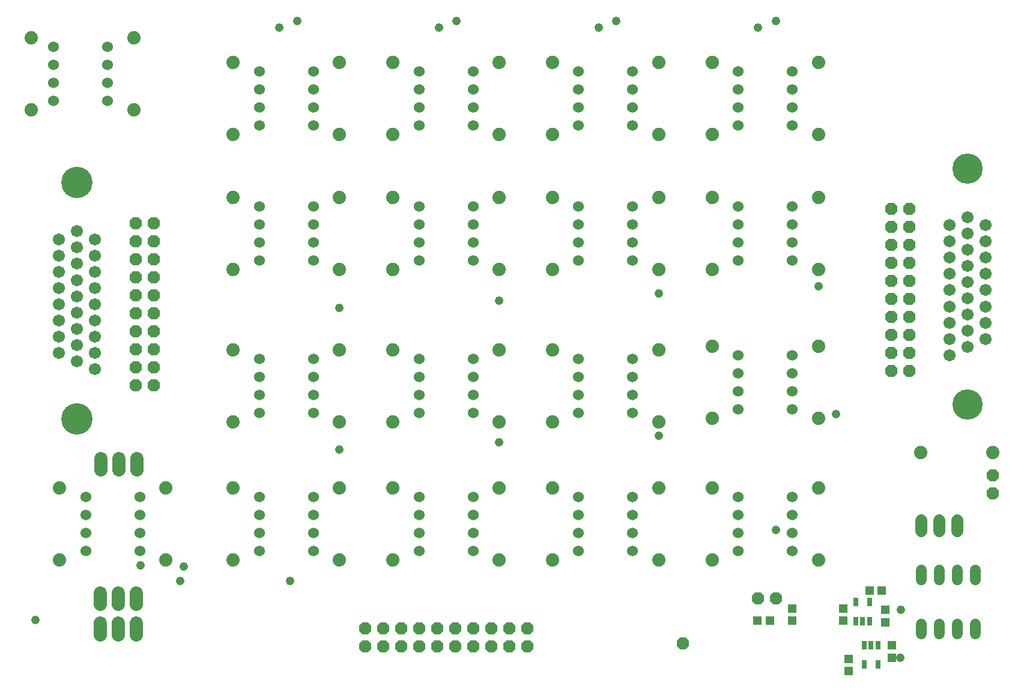
<source format=gts>
G75*
%MOIN*%
%OFA0B0*%
%FSLAX24Y24*%
%IPPOS*%
%LPD*%
%AMOC8*
5,1,8,0,0,1.08239X$1,22.5*
%
%ADD10C,0.0674*%
%ADD11C,0.1740*%
%ADD12C,0.1681*%
%ADD13OC8,0.0680*%
%ADD14C,0.0600*%
%ADD15C,0.0740*%
%ADD16C,0.0600*%
%ADD17C,0.0680*%
%ADD18R,0.0316X0.0493*%
%ADD19R,0.0505X0.0493*%
%ADD20R,0.0493X0.0505*%
%ADD21C,0.0730*%
%ADD22C,0.0476*%
D10*
X005660Y017977D03*
X005660Y018879D03*
X004660Y018428D03*
X003660Y018879D03*
X004660Y019330D03*
X003660Y019781D03*
X004660Y020231D03*
X003660Y020682D03*
X004660Y021133D03*
X003660Y021584D03*
X004660Y022035D03*
X003660Y022485D03*
X004660Y022936D03*
X003660Y023387D03*
X004660Y023838D03*
X003660Y024289D03*
X004660Y024739D03*
X003660Y025190D03*
X004660Y025641D03*
X005660Y025190D03*
X005660Y024289D03*
X005660Y023387D03*
X005660Y022485D03*
X005660Y021584D03*
X005660Y020682D03*
X005660Y019781D03*
X053069Y019666D03*
X053069Y018765D03*
X054069Y019216D03*
X055069Y019666D03*
X054069Y020117D03*
X055069Y020568D03*
X054069Y021019D03*
X055069Y021470D03*
X054069Y021920D03*
X055069Y022371D03*
X054069Y022822D03*
X055069Y023273D03*
X054069Y023724D03*
X055069Y024174D03*
X054069Y024625D03*
X055069Y025076D03*
X054069Y025527D03*
X055069Y025977D03*
X054069Y026428D03*
X053069Y025977D03*
X053069Y025076D03*
X053069Y024174D03*
X053069Y023273D03*
X053069Y022371D03*
X053069Y021470D03*
X053069Y020568D03*
D11*
X004660Y015226D03*
X004660Y028344D03*
D12*
X054069Y029131D03*
X054069Y016013D03*
D13*
X050829Y017875D03*
X049829Y017875D03*
X049829Y018875D03*
X050829Y018875D03*
X050829Y019875D03*
X049829Y019875D03*
X049829Y020875D03*
X049829Y021875D03*
X050829Y021875D03*
X050829Y020875D03*
X050829Y022875D03*
X049829Y022875D03*
X049829Y023875D03*
X050829Y023875D03*
X050829Y024875D03*
X049829Y024875D03*
X049829Y025875D03*
X050829Y025875D03*
X050829Y026875D03*
X049829Y026875D03*
X055471Y012090D03*
X055471Y011090D03*
X043428Y005251D03*
X042428Y005251D03*
X038291Y002751D03*
X029632Y002584D03*
X028632Y002584D03*
X027632Y002584D03*
X026632Y002584D03*
X025632Y002584D03*
X024632Y002584D03*
X023632Y002584D03*
X022632Y002584D03*
X021632Y002584D03*
X020632Y002584D03*
X020632Y003584D03*
X021632Y003584D03*
X022632Y003584D03*
X023632Y003584D03*
X024632Y003584D03*
X025632Y003584D03*
X026632Y003584D03*
X027632Y003584D03*
X028632Y003584D03*
X029632Y003584D03*
X008900Y017088D03*
X008900Y018088D03*
X007900Y018088D03*
X007900Y017088D03*
X007900Y019088D03*
X007900Y020088D03*
X008900Y020088D03*
X008900Y019088D03*
X008900Y021088D03*
X007900Y021088D03*
X007900Y022088D03*
X007900Y023088D03*
X008900Y023088D03*
X008900Y022088D03*
X008900Y024088D03*
X008900Y025088D03*
X007900Y025088D03*
X007900Y024088D03*
X007900Y026088D03*
X008900Y026088D03*
D14*
X014774Y026025D03*
X014774Y027025D03*
X014774Y025025D03*
X014774Y024025D03*
X017774Y024025D03*
X017774Y025025D03*
X017774Y026025D03*
X017774Y027025D03*
X023632Y027025D03*
X023632Y026025D03*
X023632Y025025D03*
X023632Y024025D03*
X026632Y024025D03*
X026632Y025025D03*
X026632Y026025D03*
X026632Y027025D03*
X032491Y027025D03*
X032491Y026025D03*
X032491Y025025D03*
X032491Y024025D03*
X035491Y024025D03*
X035491Y025025D03*
X035491Y026025D03*
X035491Y027025D03*
X041349Y027025D03*
X041349Y026025D03*
X041349Y025025D03*
X041349Y024025D03*
X044349Y024025D03*
X044349Y025025D03*
X044349Y026025D03*
X044349Y027025D03*
X044349Y031505D03*
X044349Y032505D03*
X044349Y033505D03*
X044349Y034505D03*
X041349Y034505D03*
X041349Y033505D03*
X041349Y032505D03*
X041349Y031505D03*
X035491Y031505D03*
X035491Y032505D03*
X035491Y033505D03*
X035491Y034505D03*
X032491Y034505D03*
X032491Y033505D03*
X032491Y032505D03*
X032491Y031505D03*
X026632Y031505D03*
X026632Y032505D03*
X026632Y033505D03*
X026632Y034505D03*
X023632Y034505D03*
X023632Y033505D03*
X023632Y032505D03*
X023632Y031505D03*
X017774Y031505D03*
X017774Y032505D03*
X017774Y033505D03*
X017774Y034505D03*
X014774Y034505D03*
X014774Y033505D03*
X014774Y032505D03*
X014774Y031505D03*
X006357Y032883D03*
X006357Y033883D03*
X006357Y034883D03*
X006357Y035883D03*
X003357Y035883D03*
X003357Y034883D03*
X003357Y033883D03*
X003357Y032883D03*
X014774Y018560D03*
X014774Y017560D03*
X014774Y016560D03*
X014774Y015560D03*
X017774Y015560D03*
X017774Y016560D03*
X017774Y017560D03*
X017774Y018560D03*
X023632Y018560D03*
X023632Y017560D03*
X023632Y016560D03*
X023632Y015560D03*
X026632Y015560D03*
X026632Y016560D03*
X026632Y017560D03*
X026632Y018560D03*
X032491Y018560D03*
X032491Y017560D03*
X032491Y016560D03*
X032491Y015560D03*
X035491Y015560D03*
X035491Y016560D03*
X035491Y017560D03*
X035491Y018560D03*
X041349Y018757D03*
X041349Y017757D03*
X041349Y016757D03*
X041349Y015757D03*
X044349Y015757D03*
X044349Y016757D03*
X044349Y017757D03*
X044349Y018757D03*
X044349Y010883D03*
X044349Y009883D03*
X044349Y008883D03*
X044349Y007883D03*
X041349Y007883D03*
X041349Y008883D03*
X041349Y009883D03*
X041349Y010883D03*
X035491Y010883D03*
X035491Y009883D03*
X035491Y008883D03*
X035491Y007883D03*
X032491Y007883D03*
X032491Y008883D03*
X032491Y009883D03*
X032491Y010883D03*
X026632Y010883D03*
X026632Y009883D03*
X026632Y008883D03*
X026632Y007883D03*
X023632Y007883D03*
X023632Y008883D03*
X023632Y009883D03*
X023632Y010883D03*
X017774Y010883D03*
X017774Y009883D03*
X017774Y008883D03*
X017774Y007883D03*
X014774Y007883D03*
X014774Y008883D03*
X014774Y009883D03*
X014774Y010883D03*
X008129Y010883D03*
X008129Y009883D03*
X008129Y008883D03*
X008129Y007883D03*
X005129Y007883D03*
X005129Y008883D03*
X005129Y009883D03*
X005129Y010883D03*
D15*
X003676Y011383D03*
X003676Y007383D03*
X009581Y007383D03*
X013321Y007383D03*
X013321Y011383D03*
X009581Y011383D03*
X013321Y015060D03*
X019227Y015060D03*
X022180Y015060D03*
X022180Y011383D03*
X019227Y011383D03*
X019227Y007383D03*
X022180Y007383D03*
X028085Y007383D03*
X031038Y007383D03*
X031038Y011383D03*
X028085Y011383D03*
X028085Y015060D03*
X031038Y015060D03*
X036943Y015060D03*
X039896Y015257D03*
X039896Y011383D03*
X036943Y011383D03*
X036943Y007383D03*
X039896Y007383D03*
X045802Y007383D03*
X045802Y011383D03*
X045802Y015257D03*
X045802Y019257D03*
X039896Y019257D03*
X036943Y019060D03*
X031038Y019060D03*
X028085Y019060D03*
X022180Y019060D03*
X019227Y019060D03*
X013321Y019060D03*
X013321Y023525D03*
X019227Y023525D03*
X022180Y023525D03*
X028085Y023525D03*
X031038Y023525D03*
X036943Y023525D03*
X039896Y023525D03*
X045802Y023525D03*
X045802Y027525D03*
X045802Y031005D03*
X045802Y035005D03*
X039896Y035005D03*
X036943Y035005D03*
X036943Y031005D03*
X039896Y031005D03*
X039896Y027525D03*
X036943Y027525D03*
X031038Y027525D03*
X028085Y027525D03*
X028085Y031005D03*
X031038Y031005D03*
X031038Y035005D03*
X028085Y035005D03*
X022180Y035005D03*
X019227Y035005D03*
X019227Y031005D03*
X022180Y031005D03*
X022180Y027525D03*
X019227Y027525D03*
X013321Y027525D03*
X013321Y031005D03*
X007810Y032383D03*
X013321Y035005D03*
X007810Y036383D03*
X002101Y036383D03*
X002101Y032383D03*
X051481Y013360D03*
X055481Y013360D03*
D16*
X054511Y006820D02*
X054511Y006300D01*
X053511Y006300D02*
X053511Y006820D01*
X052511Y006820D02*
X052511Y006300D01*
X051511Y006300D02*
X051511Y006820D01*
X051511Y003820D02*
X051511Y003300D01*
X052511Y003300D02*
X052511Y003820D01*
X053511Y003820D02*
X053511Y003300D01*
X054511Y003300D02*
X054511Y003820D01*
D17*
X053511Y009000D02*
X053511Y009600D01*
X052511Y009600D02*
X052511Y009000D01*
X051511Y009000D02*
X051511Y009600D01*
D18*
X048635Y005061D03*
X047887Y005061D03*
X047887Y003999D03*
X048261Y003999D03*
X048635Y003999D03*
X048721Y002641D03*
X048347Y002641D03*
X049095Y002641D03*
X049095Y001579D03*
X048347Y001579D03*
D19*
X047471Y001904D03*
X047471Y001216D03*
X049881Y001956D03*
X049881Y002644D03*
X049511Y003936D03*
X049511Y004624D03*
X047191Y004694D03*
X047191Y004006D03*
X044331Y004016D03*
X044331Y004704D03*
D20*
X043116Y004010D03*
X042427Y004010D03*
X048637Y005690D03*
X049326Y005690D03*
D21*
X007961Y005565D02*
X007961Y004915D01*
X006961Y004915D02*
X006961Y005565D01*
X005961Y005565D02*
X005961Y004915D01*
X005931Y003875D02*
X005931Y003225D01*
X006931Y003225D02*
X006931Y003875D01*
X007931Y003875D02*
X007931Y003225D01*
X007991Y012385D02*
X007991Y013035D01*
X006991Y013035D02*
X006991Y012385D01*
X005991Y012385D02*
X005991Y013035D01*
D22*
X002361Y004040D03*
X008181Y007090D03*
X010369Y006233D03*
X010566Y007021D03*
X016471Y006233D03*
X019227Y013517D03*
X028085Y013911D03*
X036943Y014304D03*
X043441Y009060D03*
X050381Y004620D03*
X050361Y001960D03*
X046786Y015485D03*
X036943Y022178D03*
X028085Y021785D03*
X019227Y021391D03*
X015880Y036942D03*
X016865Y037336D03*
X024739Y036942D03*
X025723Y037336D03*
X033597Y036942D03*
X034581Y037336D03*
X042455Y036942D03*
X043440Y037336D03*
X045802Y022572D03*
M02*

</source>
